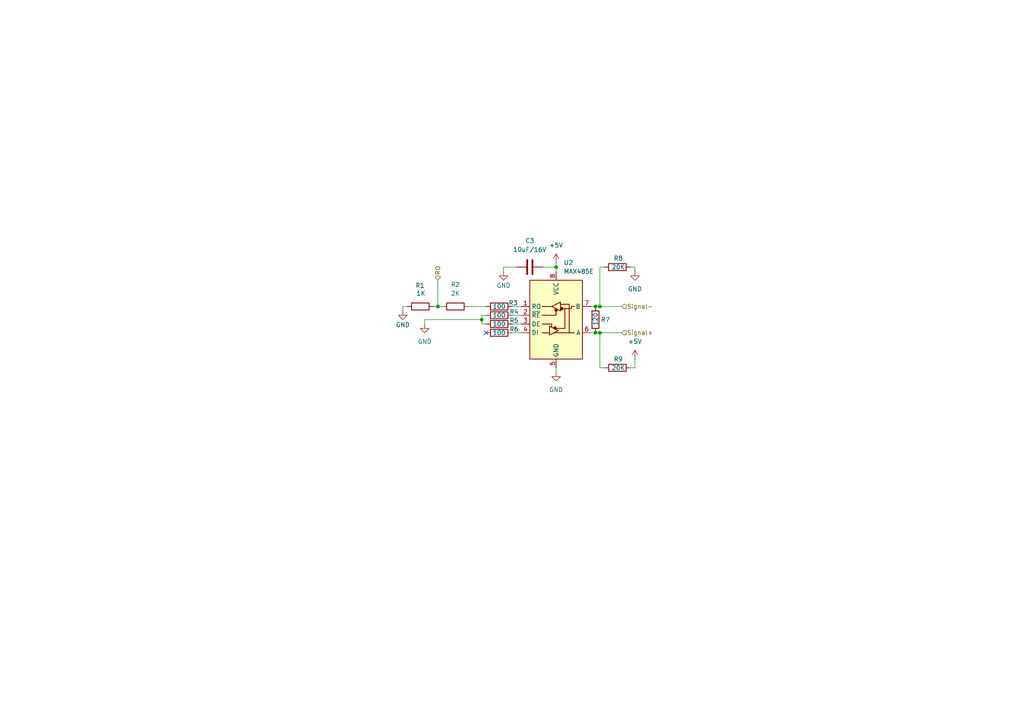
<source format=kicad_sch>
(kicad_sch
	(version 20231120)
	(generator "eeschema")
	(generator_version "8.0")
	(uuid "e0708771-55f5-458d-b61d-cb8f00119f01")
	(paper "A4")
	(title_block
		(title "Differential Pair to Single Ended Converter")
		(date "2024-05-02")
		(rev "1")
		(company "inQbe Innovations")
	)
	(lib_symbols
		(symbol "Device:C"
			(pin_numbers hide)
			(pin_names
				(offset 0.254)
			)
			(exclude_from_sim no)
			(in_bom yes)
			(on_board yes)
			(property "Reference" "C"
				(at 0.635 2.54 0)
				(effects
					(font
						(size 1.27 1.27)
					)
					(justify left)
				)
			)
			(property "Value" "C"
				(at 0.635 -2.54 0)
				(effects
					(font
						(size 1.27 1.27)
					)
					(justify left)
				)
			)
			(property "Footprint" ""
				(at 0.9652 -3.81 0)
				(effects
					(font
						(size 1.27 1.27)
					)
					(hide yes)
				)
			)
			(property "Datasheet" "~"
				(at 0 0 0)
				(effects
					(font
						(size 1.27 1.27)
					)
					(hide yes)
				)
			)
			(property "Description" "Unpolarized capacitor"
				(at 0 0 0)
				(effects
					(font
						(size 1.27 1.27)
					)
					(hide yes)
				)
			)
			(property "ki_keywords" "cap capacitor"
				(at 0 0 0)
				(effects
					(font
						(size 1.27 1.27)
					)
					(hide yes)
				)
			)
			(property "ki_fp_filters" "C_*"
				(at 0 0 0)
				(effects
					(font
						(size 1.27 1.27)
					)
					(hide yes)
				)
			)
			(symbol "C_0_1"
				(polyline
					(pts
						(xy -2.032 -0.762) (xy 2.032 -0.762)
					)
					(stroke
						(width 0.508)
						(type default)
					)
					(fill
						(type none)
					)
				)
				(polyline
					(pts
						(xy -2.032 0.762) (xy 2.032 0.762)
					)
					(stroke
						(width 0.508)
						(type default)
					)
					(fill
						(type none)
					)
				)
			)
			(symbol "C_1_1"
				(pin passive line
					(at 0 3.81 270)
					(length 2.794)
					(name "~"
						(effects
							(font
								(size 1.27 1.27)
							)
						)
					)
					(number "1"
						(effects
							(font
								(size 1.27 1.27)
							)
						)
					)
				)
				(pin passive line
					(at 0 -3.81 90)
					(length 2.794)
					(name "~"
						(effects
							(font
								(size 1.27 1.27)
							)
						)
					)
					(number "2"
						(effects
							(font
								(size 1.27 1.27)
							)
						)
					)
				)
			)
		)
		(symbol "Device:R"
			(pin_numbers hide)
			(pin_names
				(offset 0)
			)
			(exclude_from_sim no)
			(in_bom yes)
			(on_board yes)
			(property "Reference" "R"
				(at 2.032 0 90)
				(effects
					(font
						(size 1.27 1.27)
					)
				)
			)
			(property "Value" "R"
				(at 0 0 90)
				(effects
					(font
						(size 1.27 1.27)
					)
				)
			)
			(property "Footprint" ""
				(at -1.778 0 90)
				(effects
					(font
						(size 1.27 1.27)
					)
					(hide yes)
				)
			)
			(property "Datasheet" "~"
				(at 0 0 0)
				(effects
					(font
						(size 1.27 1.27)
					)
					(hide yes)
				)
			)
			(property "Description" "Resistor"
				(at 0 0 0)
				(effects
					(font
						(size 1.27 1.27)
					)
					(hide yes)
				)
			)
			(property "ki_keywords" "R res resistor"
				(at 0 0 0)
				(effects
					(font
						(size 1.27 1.27)
					)
					(hide yes)
				)
			)
			(property "ki_fp_filters" "R_*"
				(at 0 0 0)
				(effects
					(font
						(size 1.27 1.27)
					)
					(hide yes)
				)
			)
			(symbol "R_0_1"
				(rectangle
					(start -1.016 -2.54)
					(end 1.016 2.54)
					(stroke
						(width 0.254)
						(type default)
					)
					(fill
						(type none)
					)
				)
			)
			(symbol "R_1_1"
				(pin passive line
					(at 0 3.81 270)
					(length 1.27)
					(name "~"
						(effects
							(font
								(size 1.27 1.27)
							)
						)
					)
					(number "1"
						(effects
							(font
								(size 1.27 1.27)
							)
						)
					)
				)
				(pin passive line
					(at 0 -3.81 90)
					(length 1.27)
					(name "~"
						(effects
							(font
								(size 1.27 1.27)
							)
						)
					)
					(number "2"
						(effects
							(font
								(size 1.27 1.27)
							)
						)
					)
				)
			)
		)
		(symbol "Interface_UART:MAX485E"
			(exclude_from_sim no)
			(in_bom yes)
			(on_board yes)
			(property "Reference" "U"
				(at -6.096 11.43 0)
				(effects
					(font
						(size 1.27 1.27)
					)
				)
			)
			(property "Value" "MAX485E"
				(at 0.762 11.43 0)
				(effects
					(font
						(size 1.27 1.27)
					)
					(justify left)
				)
			)
			(property "Footprint" ""
				(at 0 -17.78 0)
				(effects
					(font
						(size 1.27 1.27)
					)
					(hide yes)
				)
			)
			(property "Datasheet" "https://datasheets.maximintegrated.com/en/ds/MAX1487E-MAX491E.pdf"
				(at 0 1.27 0)
				(effects
					(font
						(size 1.27 1.27)
					)
					(hide yes)
				)
			)
			(property "Description" "Half duplex RS-485/RS-422, 2.5 Mbps, ±15kV electro-static discharge (ESD) protection, no slew-rate, no low-power shutdown, with receiver/driver enable, 32 receiver drive capability, DIP-8 and SOIC-8"
				(at 0 0 0)
				(effects
					(font
						(size 1.27 1.27)
					)
					(hide yes)
				)
			)
			(property "ki_keywords" "transceiver"
				(at 0 0 0)
				(effects
					(font
						(size 1.27 1.27)
					)
					(hide yes)
				)
			)
			(property "ki_fp_filters" "DIP*W7.62mm* SOIC*3.9x4.9mm*P1.27mm*"
				(at 0 0 0)
				(effects
					(font
						(size 1.27 1.27)
					)
					(hide yes)
				)
			)
			(symbol "MAX485E_0_1"
				(rectangle
					(start -7.62 10.16)
					(end 7.62 -12.7)
					(stroke
						(width 0.254)
						(type default)
					)
					(fill
						(type background)
					)
				)
				(circle
					(center -0.3048 -3.683)
					(radius 0.3556)
					(stroke
						(width 0.254)
						(type default)
					)
					(fill
						(type outline)
					)
				)
				(circle
					(center -0.0254 1.4986)
					(radius 0.3556)
					(stroke
						(width 0.254)
						(type default)
					)
					(fill
						(type outline)
					)
				)
				(polyline
					(pts
						(xy -4.064 -5.08) (xy -1.905 -5.08)
					)
					(stroke
						(width 0.254)
						(type default)
					)
					(fill
						(type none)
					)
				)
				(polyline
					(pts
						(xy -4.064 2.54) (xy -1.27 2.54)
					)
					(stroke
						(width 0.254)
						(type default)
					)
					(fill
						(type none)
					)
				)
				(polyline
					(pts
						(xy -1.27 -3.2004) (xy -1.27 -3.4544)
					)
					(stroke
						(width 0.254)
						(type default)
					)
					(fill
						(type none)
					)
				)
				(polyline
					(pts
						(xy -0.635 -5.08) (xy 5.334 -5.08)
					)
					(stroke
						(width 0.254)
						(type default)
					)
					(fill
						(type none)
					)
				)
				(polyline
					(pts
						(xy -4.064 -2.54) (xy -1.27 -2.54) (xy -1.27 -3.175)
					)
					(stroke
						(width 0.254)
						(type default)
					)
					(fill
						(type none)
					)
				)
				(polyline
					(pts
						(xy 0 1.27) (xy 0 0) (xy -4.064 0)
					)
					(stroke
						(width 0.254)
						(type default)
					)
					(fill
						(type none)
					)
				)
				(polyline
					(pts
						(xy 1.27 3.175) (xy 3.81 3.175) (xy 3.81 -5.08)
					)
					(stroke
						(width 0.254)
						(type default)
					)
					(fill
						(type none)
					)
				)
				(polyline
					(pts
						(xy 2.54 1.905) (xy 2.54 -3.81) (xy 0 -3.81)
					)
					(stroke
						(width 0.254)
						(type default)
					)
					(fill
						(type none)
					)
				)
				(polyline
					(pts
						(xy -1.905 -3.175) (xy -1.905 -5.715) (xy 0.635 -4.445) (xy -1.905 -3.175)
					)
					(stroke
						(width 0.254)
						(type default)
					)
					(fill
						(type none)
					)
				)
				(polyline
					(pts
						(xy -1.27 2.54) (xy 1.27 3.81) (xy 1.27 1.27) (xy -1.27 2.54)
					)
					(stroke
						(width 0.254)
						(type default)
					)
					(fill
						(type none)
					)
				)
				(polyline
					(pts
						(xy 1.905 1.905) (xy 4.445 1.905) (xy 4.445 2.54) (xy 5.334 2.54)
					)
					(stroke
						(width 0.254)
						(type default)
					)
					(fill
						(type none)
					)
				)
				(rectangle
					(start 1.27 3.175)
					(end 1.27 3.175)
					(stroke
						(width 0)
						(type default)
					)
					(fill
						(type none)
					)
				)
				(circle
					(center 1.651 1.905)
					(radius 0.3556)
					(stroke
						(width 0.254)
						(type default)
					)
					(fill
						(type outline)
					)
				)
			)
			(symbol "MAX485E_1_1"
				(pin output line
					(at -10.16 2.54 0)
					(length 2.54)
					(name "RO"
						(effects
							(font
								(size 1.27 1.27)
							)
						)
					)
					(number "1"
						(effects
							(font
								(size 1.27 1.27)
							)
						)
					)
				)
				(pin input line
					(at -10.16 0 0)
					(length 2.54)
					(name "~{RE}"
						(effects
							(font
								(size 1.27 1.27)
							)
						)
					)
					(number "2"
						(effects
							(font
								(size 1.27 1.27)
							)
						)
					)
				)
				(pin input line
					(at -10.16 -2.54 0)
					(length 2.54)
					(name "DE"
						(effects
							(font
								(size 1.27 1.27)
							)
						)
					)
					(number "3"
						(effects
							(font
								(size 1.27 1.27)
							)
						)
					)
				)
				(pin input line
					(at -10.16 -5.08 0)
					(length 2.54)
					(name "DI"
						(effects
							(font
								(size 1.27 1.27)
							)
						)
					)
					(number "4"
						(effects
							(font
								(size 1.27 1.27)
							)
						)
					)
				)
				(pin power_in line
					(at 0 -15.24 90)
					(length 2.54)
					(name "GND"
						(effects
							(font
								(size 1.27 1.27)
							)
						)
					)
					(number "5"
						(effects
							(font
								(size 1.27 1.27)
							)
						)
					)
				)
				(pin bidirectional line
					(at 10.16 -5.08 180)
					(length 2.54)
					(name "A"
						(effects
							(font
								(size 1.27 1.27)
							)
						)
					)
					(number "6"
						(effects
							(font
								(size 1.27 1.27)
							)
						)
					)
				)
				(pin bidirectional line
					(at 10.16 2.54 180)
					(length 2.54)
					(name "B"
						(effects
							(font
								(size 1.27 1.27)
							)
						)
					)
					(number "7"
						(effects
							(font
								(size 1.27 1.27)
							)
						)
					)
				)
				(pin power_in line
					(at 0 12.7 270)
					(length 2.54)
					(name "VCC"
						(effects
							(font
								(size 1.27 1.27)
							)
						)
					)
					(number "8"
						(effects
							(font
								(size 1.27 1.27)
							)
						)
					)
				)
			)
		)
		(symbol "power:+5V"
			(power)
			(pin_numbers hide)
			(pin_names
				(offset 0) hide)
			(exclude_from_sim no)
			(in_bom yes)
			(on_board yes)
			(property "Reference" "#PWR"
				(at 0 -3.81 0)
				(effects
					(font
						(size 1.27 1.27)
					)
					(hide yes)
				)
			)
			(property "Value" "+5V"
				(at 0 3.556 0)
				(effects
					(font
						(size 1.27 1.27)
					)
				)
			)
			(property "Footprint" ""
				(at 0 0 0)
				(effects
					(font
						(size 1.27 1.27)
					)
					(hide yes)
				)
			)
			(property "Datasheet" ""
				(at 0 0 0)
				(effects
					(font
						(size 1.27 1.27)
					)
					(hide yes)
				)
			)
			(property "Description" "Power symbol creates a global label with name \"+5V\""
				(at 0 0 0)
				(effects
					(font
						(size 1.27 1.27)
					)
					(hide yes)
				)
			)
			(property "ki_keywords" "global power"
				(at 0 0 0)
				(effects
					(font
						(size 1.27 1.27)
					)
					(hide yes)
				)
			)
			(symbol "+5V_0_1"
				(polyline
					(pts
						(xy -0.762 1.27) (xy 0 2.54)
					)
					(stroke
						(width 0)
						(type default)
					)
					(fill
						(type none)
					)
				)
				(polyline
					(pts
						(xy 0 0) (xy 0 2.54)
					)
					(stroke
						(width 0)
						(type default)
					)
					(fill
						(type none)
					)
				)
				(polyline
					(pts
						(xy 0 2.54) (xy 0.762 1.27)
					)
					(stroke
						(width 0)
						(type default)
					)
					(fill
						(type none)
					)
				)
			)
			(symbol "+5V_1_1"
				(pin power_in line
					(at 0 0 90)
					(length 0)
					(name "~"
						(effects
							(font
								(size 1.27 1.27)
							)
						)
					)
					(number "1"
						(effects
							(font
								(size 1.27 1.27)
							)
						)
					)
				)
			)
		)
		(symbol "power:GND"
			(power)
			(pin_numbers hide)
			(pin_names
				(offset 0) hide)
			(exclude_from_sim no)
			(in_bom yes)
			(on_board yes)
			(property "Reference" "#PWR"
				(at 0 -6.35 0)
				(effects
					(font
						(size 1.27 1.27)
					)
					(hide yes)
				)
			)
			(property "Value" "GND"
				(at 0 -3.81 0)
				(effects
					(font
						(size 1.27 1.27)
					)
				)
			)
			(property "Footprint" ""
				(at 0 0 0)
				(effects
					(font
						(size 1.27 1.27)
					)
					(hide yes)
				)
			)
			(property "Datasheet" ""
				(at 0 0 0)
				(effects
					(font
						(size 1.27 1.27)
					)
					(hide yes)
				)
			)
			(property "Description" "Power symbol creates a global label with name \"GND\" , ground"
				(at 0 0 0)
				(effects
					(font
						(size 1.27 1.27)
					)
					(hide yes)
				)
			)
			(property "ki_keywords" "global power"
				(at 0 0 0)
				(effects
					(font
						(size 1.27 1.27)
					)
					(hide yes)
				)
			)
			(symbol "GND_0_1"
				(polyline
					(pts
						(xy 0 0) (xy 0 -1.27) (xy 1.27 -1.27) (xy 0 -2.54) (xy -1.27 -1.27) (xy 0 -1.27)
					)
					(stroke
						(width 0)
						(type default)
					)
					(fill
						(type none)
					)
				)
			)
			(symbol "GND_1_1"
				(pin power_in line
					(at 0 0 270)
					(length 0)
					(name "~"
						(effects
							(font
								(size 1.27 1.27)
							)
						)
					)
					(number "1"
						(effects
							(font
								(size 1.27 1.27)
							)
						)
					)
				)
			)
		)
	)
	(junction
		(at 173.99 96.52)
		(diameter 0)
		(color 0 0 0 0)
		(uuid "0651e4c6-b734-4100-9a2e-fb561d87d554")
	)
	(junction
		(at 173.99 88.9)
		(diameter 0)
		(color 0 0 0 0)
		(uuid "150a8605-0492-47d5-9d92-6e4637077573")
	)
	(junction
		(at 139.7 92.71)
		(diameter 0)
		(color 0 0 0 0)
		(uuid "22e47545-5e50-4ef2-bbac-96a9c02e23a1")
	)
	(junction
		(at 172.72 88.9)
		(diameter 0)
		(color 0 0 0 0)
		(uuid "6b50a477-2c80-4277-ab13-d5f584109640")
	)
	(junction
		(at 172.72 96.52)
		(diameter 0)
		(color 0 0 0 0)
		(uuid "71528eb9-b433-4e7d-9712-25086f7dd7d0")
	)
	(junction
		(at 127 88.9)
		(diameter 0)
		(color 0 0 0 0)
		(uuid "9253b02b-263a-49fd-8567-9a4c1f0118f3")
	)
	(junction
		(at 161.29 77.47)
		(diameter 0)
		(color 0 0 0 0)
		(uuid "cd84a0f1-e051-4de0-b094-acf97305b277")
	)
	(no_connect
		(at 140.97 96.52)
		(uuid "e9a5ddc9-bd27-4f98-9637-3f22e8d41279")
	)
	(wire
		(pts
			(xy 173.99 88.9) (xy 180.34 88.9)
		)
		(stroke
			(width 0)
			(type default)
		)
		(uuid "01d59817-b660-4307-b7c6-bc05083c1481")
	)
	(wire
		(pts
			(xy 139.7 93.98) (xy 140.97 93.98)
		)
		(stroke
			(width 0)
			(type default)
		)
		(uuid "02be33cf-d316-444b-bb71-1fce23c1e438")
	)
	(wire
		(pts
			(xy 148.59 96.52) (xy 151.13 96.52)
		)
		(stroke
			(width 0)
			(type default)
		)
		(uuid "049729aa-1cfc-4d17-8191-8f1dd5cd3103")
	)
	(wire
		(pts
			(xy 123.19 92.71) (xy 139.7 92.71)
		)
		(stroke
			(width 0)
			(type default)
		)
		(uuid "07f1bdd4-873c-4cd6-a527-daffe8e06ed8")
	)
	(wire
		(pts
			(xy 173.99 106.68) (xy 175.26 106.68)
		)
		(stroke
			(width 0)
			(type default)
		)
		(uuid "1654152e-2ce8-4202-9698-da3fec8c2511")
	)
	(wire
		(pts
			(xy 127 81.28) (xy 127 88.9)
		)
		(stroke
			(width 0)
			(type default)
		)
		(uuid "227a2ea7-0951-4ee3-8435-6b285d32ef5c")
	)
	(wire
		(pts
			(xy 182.88 106.68) (xy 184.15 106.68)
		)
		(stroke
			(width 0)
			(type default)
		)
		(uuid "28963a01-650c-429d-920a-9ffade5c07b2")
	)
	(wire
		(pts
			(xy 172.72 96.52) (xy 173.99 96.52)
		)
		(stroke
			(width 0)
			(type default)
		)
		(uuid "29996476-0970-497d-83ea-56bd0a436eab")
	)
	(wire
		(pts
			(xy 173.99 96.52) (xy 173.99 106.68)
		)
		(stroke
			(width 0)
			(type default)
		)
		(uuid "2a9168ed-10f6-404b-a1e3-f6ad69bbf201")
	)
	(wire
		(pts
			(xy 171.45 88.9) (xy 172.72 88.9)
		)
		(stroke
			(width 0)
			(type default)
		)
		(uuid "2c25ba04-ceb7-4015-83b1-ba2e72bffa7f")
	)
	(wire
		(pts
			(xy 139.7 91.44) (xy 140.97 91.44)
		)
		(stroke
			(width 0)
			(type default)
		)
		(uuid "35165fa7-2960-40e2-80d4-88c0fab2c28f")
	)
	(wire
		(pts
			(xy 173.99 96.52) (xy 180.34 96.52)
		)
		(stroke
			(width 0)
			(type default)
		)
		(uuid "3aee3a47-b08b-4ce9-a342-b5ee8a2517dd")
	)
	(wire
		(pts
			(xy 161.29 106.68) (xy 161.29 107.95)
		)
		(stroke
			(width 0)
			(type default)
		)
		(uuid "41bd8cfe-76e6-4062-a778-e56c59564e2c")
	)
	(wire
		(pts
			(xy 116.84 88.9) (xy 116.84 90.17)
		)
		(stroke
			(width 0)
			(type default)
		)
		(uuid "451b8474-0520-4856-bebc-a1a4af17e094")
	)
	(wire
		(pts
			(xy 161.29 76.2) (xy 161.29 77.47)
		)
		(stroke
			(width 0)
			(type default)
		)
		(uuid "5633041e-9c29-4640-b1f5-9dadd32fc919")
	)
	(wire
		(pts
			(xy 182.88 77.47) (xy 184.15 77.47)
		)
		(stroke
			(width 0)
			(type default)
		)
		(uuid "581d92a1-595f-460b-80c9-82ee6bd7771b")
	)
	(wire
		(pts
			(xy 173.99 77.47) (xy 175.26 77.47)
		)
		(stroke
			(width 0)
			(type default)
		)
		(uuid "5d9f0b39-2a0e-4655-8d1c-cdb9f824cb1c")
	)
	(wire
		(pts
			(xy 139.7 92.71) (xy 139.7 93.98)
		)
		(stroke
			(width 0)
			(type default)
		)
		(uuid "666a47b4-e60b-4341-90df-61ee03e1ce3b")
	)
	(wire
		(pts
			(xy 148.59 91.44) (xy 151.13 91.44)
		)
		(stroke
			(width 0)
			(type default)
		)
		(uuid "7ab2c3e6-5076-4740-a35b-242f8db53812")
	)
	(wire
		(pts
			(xy 146.05 77.47) (xy 146.05 78.74)
		)
		(stroke
			(width 0)
			(type default)
		)
		(uuid "7e68e88a-c0a8-476b-b62d-6c2300a258bc")
	)
	(wire
		(pts
			(xy 157.48 77.47) (xy 161.29 77.47)
		)
		(stroke
			(width 0)
			(type default)
		)
		(uuid "80278825-0aab-4ad5-8ebd-787c9e8982a9")
	)
	(wire
		(pts
			(xy 125.73 88.9) (xy 127 88.9)
		)
		(stroke
			(width 0)
			(type default)
		)
		(uuid "8c9acff0-fa79-4520-8117-35f1b34c706d")
	)
	(wire
		(pts
			(xy 184.15 77.47) (xy 184.15 78.74)
		)
		(stroke
			(width 0)
			(type default)
		)
		(uuid "8fc5b123-ac48-443a-adb2-5bf39678fed3")
	)
	(wire
		(pts
			(xy 146.05 77.47) (xy 149.86 77.47)
		)
		(stroke
			(width 0)
			(type default)
		)
		(uuid "9e295198-a174-4677-ac68-9fd2d36a2743")
	)
	(wire
		(pts
			(xy 148.59 88.9) (xy 151.13 88.9)
		)
		(stroke
			(width 0)
			(type default)
		)
		(uuid "a77f88b9-442d-4837-8251-5a92c91ac374")
	)
	(wire
		(pts
			(xy 184.15 104.14) (xy 184.15 106.68)
		)
		(stroke
			(width 0)
			(type default)
		)
		(uuid "b1afc965-06e6-4c55-b047-3495d7f3360a")
	)
	(wire
		(pts
			(xy 135.89 88.9) (xy 140.97 88.9)
		)
		(stroke
			(width 0)
			(type default)
		)
		(uuid "b7fedf9b-5bba-43db-afde-619107706b99")
	)
	(wire
		(pts
			(xy 116.84 88.9) (xy 118.11 88.9)
		)
		(stroke
			(width 0)
			(type default)
		)
		(uuid "c295debf-0eb8-47df-b02c-a7193b287f5f")
	)
	(wire
		(pts
			(xy 127 88.9) (xy 128.27 88.9)
		)
		(stroke
			(width 0)
			(type default)
		)
		(uuid "c5bf39be-7473-40ab-8461-f5e351c9d0f4")
	)
	(wire
		(pts
			(xy 139.7 91.44) (xy 139.7 92.71)
		)
		(stroke
			(width 0)
			(type default)
		)
		(uuid "dbcfed62-4899-48e1-a963-6a2657360716")
	)
	(wire
		(pts
			(xy 161.29 77.47) (xy 161.29 78.74)
		)
		(stroke
			(width 0)
			(type default)
		)
		(uuid "dc554bc8-c2be-4ab4-bc5e-20cf499d06c1")
	)
	(wire
		(pts
			(xy 171.45 96.52) (xy 172.72 96.52)
		)
		(stroke
			(width 0)
			(type default)
		)
		(uuid "e6d0d45c-817e-4ba2-9106-4396b250bf3c")
	)
	(wire
		(pts
			(xy 148.59 93.98) (xy 151.13 93.98)
		)
		(stroke
			(width 0)
			(type default)
		)
		(uuid "e870aa33-1ee2-4468-aece-3eac157e4091")
	)
	(wire
		(pts
			(xy 172.72 88.9) (xy 173.99 88.9)
		)
		(stroke
			(width 0)
			(type default)
		)
		(uuid "ef389015-d7d3-4c4f-9ecd-d96b45092553")
	)
	(wire
		(pts
			(xy 173.99 88.9) (xy 173.99 77.47)
		)
		(stroke
			(width 0)
			(type default)
		)
		(uuid "f771d69f-28d1-4517-adb1-c6a6187105ca")
	)
	(wire
		(pts
			(xy 123.19 93.98) (xy 123.19 92.71)
		)
		(stroke
			(width 0)
			(type default)
		)
		(uuid "f999264f-221e-4cbc-96f8-a4b03fbf5f66")
	)
	(hierarchical_label "Signal-"
		(shape input)
		(at 180.34 88.9 0)
		(fields_autoplaced yes)
		(effects
			(font
				(size 1.27 1.27)
			)
			(justify left)
		)
		(uuid "3b9f3cca-8fd9-4c68-9b0b-9603dee76239")
	)
	(hierarchical_label "Signal+"
		(shape input)
		(at 180.34 96.52 0)
		(fields_autoplaced yes)
		(effects
			(font
				(size 1.27 1.27)
			)
			(justify left)
		)
		(uuid "62ed49b7-abdc-4de5-8d1f-ff7969327644")
	)
	(hierarchical_label "RO"
		(shape input)
		(at 127 81.28 90)
		(fields_autoplaced yes)
		(effects
			(font
				(size 1.27 1.27)
			)
			(justify left)
		)
		(uuid "d5908cfe-0670-4aa1-add9-3c4a1d5552dc")
	)
	(symbol
		(lib_id "power:+5V")
		(at 184.15 104.14 0)
		(unit 1)
		(exclude_from_sim no)
		(in_bom yes)
		(on_board yes)
		(dnp no)
		(fields_autoplaced yes)
		(uuid "00d47200-fa19-44b6-9347-d7965c8bec37")
		(property "Reference" "#PWR015"
			(at 184.15 107.95 0)
			(effects
				(font
					(size 1.27 1.27)
				)
				(hide yes)
			)
		)
		(property "Value" "+5V"
			(at 184.15 99.06 0)
			(effects
				(font
					(size 1.27 1.27)
				)
			)
		)
		(property "Footprint" ""
			(at 184.15 104.14 0)
			(effects
				(font
					(size 1.27 1.27)
				)
				(hide yes)
			)
		)
		(property "Datasheet" ""
			(at 184.15 104.14 0)
			(effects
				(font
					(size 1.27 1.27)
				)
				(hide yes)
			)
		)
		(property "Description" "Power symbol creates a global label with name \"+5V\""
			(at 184.15 104.14 0)
			(effects
				(font
					(size 1.27 1.27)
				)
				(hide yes)
			)
		)
		(pin "1"
			(uuid "69b16871-f8d6-493d-a3a2-6568b15a2677")
		)
		(instances
			(project "servo_diff_to_single"
				(path "/792df23a-4011-45b7-b3e6-a192d031c1cc/69645cf9-3d25-4a9c-b786-93eed4329b1a"
					(reference "#PWR015")
					(unit 1)
				)
				(path "/792df23a-4011-45b7-b3e6-a192d031c1cc/9f0637a5-532d-4985-81b5-16740af21aa3"
					(reference "#PWR022")
					(unit 1)
				)
				(path "/792df23a-4011-45b7-b3e6-a192d031c1cc/27075ae6-5caf-43c7-993b-4d12f7c43794"
					(reference "#PWR029")
					(unit 1)
				)
				(path "/792df23a-4011-45b7-b3e6-a192d031c1cc/5f5f334e-f95b-4ca2-8d44-1912441647d6"
					(reference "#PWR036")
					(unit 1)
				)
				(path "/792df23a-4011-45b7-b3e6-a192d031c1cc/cd78a0c6-85f5-477f-8e62-f499090f9cc8"
					(reference "#PWR043")
					(unit 1)
				)
				(path "/792df23a-4011-45b7-b3e6-a192d031c1cc/e6cc1dfe-c7f8-4206-ad1f-2483fd5c8c08"
					(reference "#PWR050")
					(unit 1)
				)
			)
		)
	)
	(symbol
		(lib_id "Device:R")
		(at 179.07 77.47 90)
		(unit 1)
		(exclude_from_sim no)
		(in_bom yes)
		(on_board yes)
		(dnp no)
		(uuid "13b48ea5-fecf-40f0-975e-ae8a6830c752")
		(property "Reference" "R8"
			(at 179.324 74.93 90)
			(effects
				(font
					(size 1.27 1.27)
				)
			)
		)
		(property "Value" "20K"
			(at 179.324 77.47 90)
			(effects
				(font
					(size 1.27 1.27)
				)
			)
		)
		(property "Footprint" "inqbe:0.25W_resistor"
			(at 179.07 79.248 90)
			(effects
				(font
					(size 1.27 1.27)
				)
				(hide yes)
			)
		)
		(property "Datasheet" "~"
			(at 179.07 77.47 0)
			(effects
				(font
					(size 1.27 1.27)
				)
				(hide yes)
			)
		)
		(property "Description" "Resistor"
			(at 179.07 77.47 0)
			(effects
				(font
					(size 1.27 1.27)
				)
				(hide yes)
			)
		)
		(pin "1"
			(uuid "74bb7a24-922b-4767-9b97-7b8097aaf4ef")
		)
		(pin "2"
			(uuid "b6161dbe-98f5-4412-9dac-176accbe9b00")
		)
		(instances
			(project "servo_diff_to_single"
				(path "/792df23a-4011-45b7-b3e6-a192d031c1cc/69645cf9-3d25-4a9c-b786-93eed4329b1a"
					(reference "R8")
					(unit 1)
				)
				(path "/792df23a-4011-45b7-b3e6-a192d031c1cc/9f0637a5-532d-4985-81b5-16740af21aa3"
					(reference "R17")
					(unit 1)
				)
				(path "/792df23a-4011-45b7-b3e6-a192d031c1cc/27075ae6-5caf-43c7-993b-4d12f7c43794"
					(reference "R26")
					(unit 1)
				)
				(path "/792df23a-4011-45b7-b3e6-a192d031c1cc/5f5f334e-f95b-4ca2-8d44-1912441647d6"
					(reference "R35")
					(unit 1)
				)
				(path "/792df23a-4011-45b7-b3e6-a192d031c1cc/cd78a0c6-85f5-477f-8e62-f499090f9cc8"
					(reference "R44")
					(unit 1)
				)
				(path "/792df23a-4011-45b7-b3e6-a192d031c1cc/e6cc1dfe-c7f8-4206-ad1f-2483fd5c8c08"
					(reference "R53")
					(unit 1)
				)
			)
		)
	)
	(symbol
		(lib_id "power:GND")
		(at 146.05 78.74 0)
		(unit 1)
		(exclude_from_sim no)
		(in_bom yes)
		(on_board yes)
		(dnp no)
		(uuid "379c493c-1be8-4a25-997b-97c39faf9496")
		(property "Reference" "#PWR011"
			(at 146.05 85.09 0)
			(effects
				(font
					(size 1.27 1.27)
				)
				(hide yes)
			)
		)
		(property "Value" "GND"
			(at 146.05 82.804 0)
			(effects
				(font
					(size 1.27 1.27)
				)
			)
		)
		(property "Footprint" ""
			(at 146.05 78.74 0)
			(effects
				(font
					(size 1.27 1.27)
				)
				(hide yes)
			)
		)
		(property "Datasheet" ""
			(at 146.05 78.74 0)
			(effects
				(font
					(size 1.27 1.27)
				)
				(hide yes)
			)
		)
		(property "Description" "Power symbol creates a global label with name \"GND\" , ground"
			(at 146.05 78.74 0)
			(effects
				(font
					(size 1.27 1.27)
				)
				(hide yes)
			)
		)
		(pin "1"
			(uuid "b8f7aa96-6f3c-4237-abb3-5c882ac1c424")
		)
		(instances
			(project "servo_diff_to_single"
				(path "/792df23a-4011-45b7-b3e6-a192d031c1cc/69645cf9-3d25-4a9c-b786-93eed4329b1a"
					(reference "#PWR011")
					(unit 1)
				)
				(path "/792df23a-4011-45b7-b3e6-a192d031c1cc/9f0637a5-532d-4985-81b5-16740af21aa3"
					(reference "#PWR018")
					(unit 1)
				)
				(path "/792df23a-4011-45b7-b3e6-a192d031c1cc/27075ae6-5caf-43c7-993b-4d12f7c43794"
					(reference "#PWR025")
					(unit 1)
				)
				(path "/792df23a-4011-45b7-b3e6-a192d031c1cc/5f5f334e-f95b-4ca2-8d44-1912441647d6"
					(reference "#PWR032")
					(unit 1)
				)
				(path "/792df23a-4011-45b7-b3e6-a192d031c1cc/cd78a0c6-85f5-477f-8e62-f499090f9cc8"
					(reference "#PWR039")
					(unit 1)
				)
				(path "/792df23a-4011-45b7-b3e6-a192d031c1cc/e6cc1dfe-c7f8-4206-ad1f-2483fd5c8c08"
					(reference "#PWR046")
					(unit 1)
				)
			)
		)
	)
	(symbol
		(lib_id "power:GND")
		(at 116.84 90.17 0)
		(unit 1)
		(exclude_from_sim no)
		(in_bom yes)
		(on_board yes)
		(dnp no)
		(uuid "50376f99-61cc-4b7a-8de4-cd249d97c092")
		(property "Reference" "#PWR09"
			(at 116.84 96.52 0)
			(effects
				(font
					(size 1.27 1.27)
				)
				(hide yes)
			)
		)
		(property "Value" "GND"
			(at 116.84 94.234 0)
			(effects
				(font
					(size 1.27 1.27)
				)
			)
		)
		(property "Footprint" ""
			(at 116.84 90.17 0)
			(effects
				(font
					(size 1.27 1.27)
				)
				(hide yes)
			)
		)
		(property "Datasheet" ""
			(at 116.84 90.17 0)
			(effects
				(font
					(size 1.27 1.27)
				)
				(hide yes)
			)
		)
		(property "Description" "Power symbol creates a global label with name \"GND\" , ground"
			(at 116.84 90.17 0)
			(effects
				(font
					(size 1.27 1.27)
				)
				(hide yes)
			)
		)
		(pin "1"
			(uuid "aa0ea53c-9765-4746-8eb3-4a55f82e62ce")
		)
		(instances
			(project "servo_diff_to_single"
				(path "/792df23a-4011-45b7-b3e6-a192d031c1cc/69645cf9-3d25-4a9c-b786-93eed4329b1a"
					(reference "#PWR09")
					(unit 1)
				)
				(path "/792df23a-4011-45b7-b3e6-a192d031c1cc/9f0637a5-532d-4985-81b5-16740af21aa3"
					(reference "#PWR016")
					(unit 1)
				)
				(path "/792df23a-4011-45b7-b3e6-a192d031c1cc/27075ae6-5caf-43c7-993b-4d12f7c43794"
					(reference "#PWR023")
					(unit 1)
				)
				(path "/792df23a-4011-45b7-b3e6-a192d031c1cc/5f5f334e-f95b-4ca2-8d44-1912441647d6"
					(reference "#PWR030")
					(unit 1)
				)
				(path "/792df23a-4011-45b7-b3e6-a192d031c1cc/cd78a0c6-85f5-477f-8e62-f499090f9cc8"
					(reference "#PWR037")
					(unit 1)
				)
				(path "/792df23a-4011-45b7-b3e6-a192d031c1cc/e6cc1dfe-c7f8-4206-ad1f-2483fd5c8c08"
					(reference "#PWR044")
					(unit 1)
				)
			)
		)
	)
	(symbol
		(lib_id "Device:R")
		(at 144.78 96.52 90)
		(unit 1)
		(exclude_from_sim no)
		(in_bom yes)
		(on_board yes)
		(dnp no)
		(uuid "62eab2ff-e041-400f-a35e-1a52df7ad6ee")
		(property "Reference" "R6"
			(at 149.098 95.504 90)
			(effects
				(font
					(size 1.27 1.27)
				)
			)
		)
		(property "Value" "100"
			(at 144.78 96.52 90)
			(effects
				(font
					(size 1.27 1.27)
				)
			)
		)
		(property "Footprint" "inqbe:0.25W_resistor"
			(at 144.78 98.298 90)
			(effects
				(font
					(size 1.27 1.27)
				)
				(hide yes)
			)
		)
		(property "Datasheet" "~"
			(at 144.78 96.52 0)
			(effects
				(font
					(size 1.27 1.27)
				)
				(hide yes)
			)
		)
		(property "Description" "Resistor"
			(at 144.78 96.52 0)
			(effects
				(font
					(size 1.27 1.27)
				)
				(hide yes)
			)
		)
		(pin "1"
			(uuid "392e80ce-d1e4-42f9-ac1b-c5154eb3b2ca")
		)
		(pin "2"
			(uuid "815a52e6-5b0d-4796-abf7-7b3165ce7338")
		)
		(instances
			(project "servo_diff_to_single"
				(path "/792df23a-4011-45b7-b3e6-a192d031c1cc/69645cf9-3d25-4a9c-b786-93eed4329b1a"
					(reference "R6")
					(unit 1)
				)
				(path "/792df23a-4011-45b7-b3e6-a192d031c1cc/9f0637a5-532d-4985-81b5-16740af21aa3"
					(reference "R15")
					(unit 1)
				)
				(path "/792df23a-4011-45b7-b3e6-a192d031c1cc/27075ae6-5caf-43c7-993b-4d12f7c43794"
					(reference "R24")
					(unit 1)
				)
				(path "/792df23a-4011-45b7-b3e6-a192d031c1cc/5f5f334e-f95b-4ca2-8d44-1912441647d6"
					(reference "R33")
					(unit 1)
				)
				(path "/792df23a-4011-45b7-b3e6-a192d031c1cc/cd78a0c6-85f5-477f-8e62-f499090f9cc8"
					(reference "R42")
					(unit 1)
				)
				(path "/792df23a-4011-45b7-b3e6-a192d031c1cc/e6cc1dfe-c7f8-4206-ad1f-2483fd5c8c08"
					(reference "R51")
					(unit 1)
				)
			)
		)
	)
	(symbol
		(lib_id "Device:R")
		(at 121.92 88.9 90)
		(unit 1)
		(exclude_from_sim no)
		(in_bom yes)
		(on_board yes)
		(dnp no)
		(uuid "66cbdb8b-1999-4fe3-b3d4-2febcf708b0a")
		(property "Reference" "R1"
			(at 123.19 82.804 90)
			(effects
				(font
					(size 1.27 1.27)
				)
				(justify left)
			)
		)
		(property "Value" "1K"
			(at 123.444 85.0901 90)
			(effects
				(font
					(size 1.27 1.27)
				)
				(justify left)
			)
		)
		(property "Footprint" "inqbe:0.25W_resistor"
			(at 121.92 90.678 90)
			(effects
				(font
					(size 1.27 1.27)
				)
				(hide yes)
			)
		)
		(property "Datasheet" "~"
			(at 121.92 88.9 0)
			(effects
				(font
					(size 1.27 1.27)
				)
				(hide yes)
			)
		)
		(property "Description" "Resistor"
			(at 121.92 88.9 0)
			(effects
				(font
					(size 1.27 1.27)
				)
				(hide yes)
			)
		)
		(pin "2"
			(uuid "8d199163-4c98-474e-8245-861e5d1937bb")
		)
		(pin "1"
			(uuid "aeb3180b-0848-4fca-82a9-5461eeef32f1")
		)
		(instances
			(project "servo_diff_to_single"
				(path "/792df23a-4011-45b7-b3e6-a192d031c1cc/69645cf9-3d25-4a9c-b786-93eed4329b1a"
					(reference "R1")
					(unit 1)
				)
				(path "/792df23a-4011-45b7-b3e6-a192d031c1cc/9f0637a5-532d-4985-81b5-16740af21aa3"
					(reference "R10")
					(unit 1)
				)
				(path "/792df23a-4011-45b7-b3e6-a192d031c1cc/27075ae6-5caf-43c7-993b-4d12f7c43794"
					(reference "R19")
					(unit 1)
				)
				(path "/792df23a-4011-45b7-b3e6-a192d031c1cc/5f5f334e-f95b-4ca2-8d44-1912441647d6"
					(reference "R28")
					(unit 1)
				)
				(path "/792df23a-4011-45b7-b3e6-a192d031c1cc/cd78a0c6-85f5-477f-8e62-f499090f9cc8"
					(reference "R37")
					(unit 1)
				)
				(path "/792df23a-4011-45b7-b3e6-a192d031c1cc/e6cc1dfe-c7f8-4206-ad1f-2483fd5c8c08"
					(reference "R46")
					(unit 1)
				)
			)
		)
	)
	(symbol
		(lib_id "power:+5V")
		(at 161.29 76.2 0)
		(unit 1)
		(exclude_from_sim no)
		(in_bom yes)
		(on_board yes)
		(dnp no)
		(fields_autoplaced yes)
		(uuid "68214c5c-89f2-4fce-8686-4c4b03c70257")
		(property "Reference" "#PWR012"
			(at 161.29 80.01 0)
			(effects
				(font
					(size 1.27 1.27)
				)
				(hide yes)
			)
		)
		(property "Value" "+5V"
			(at 161.29 71.12 0)
			(effects
				(font
					(size 1.27 1.27)
				)
			)
		)
		(property "Footprint" ""
			(at 161.29 76.2 0)
			(effects
				(font
					(size 1.27 1.27)
				)
				(hide yes)
			)
		)
		(property "Datasheet" ""
			(at 161.29 76.2 0)
			(effects
				(font
					(size 1.27 1.27)
				)
				(hide yes)
			)
		)
		(property "Description" "Power symbol creates a global label with name \"+5V\""
			(at 161.29 76.2 0)
			(effects
				(font
					(size 1.27 1.27)
				)
				(hide yes)
			)
		)
		(pin "1"
			(uuid "91dd2246-e35e-4fe0-b5c8-5dd91f189f57")
		)
		(instances
			(project "servo_diff_to_single"
				(path "/792df23a-4011-45b7-b3e6-a192d031c1cc/69645cf9-3d25-4a9c-b786-93eed4329b1a"
					(reference "#PWR012")
					(unit 1)
				)
				(path "/792df23a-4011-45b7-b3e6-a192d031c1cc/9f0637a5-532d-4985-81b5-16740af21aa3"
					(reference "#PWR019")
					(unit 1)
				)
				(path "/792df23a-4011-45b7-b3e6-a192d031c1cc/27075ae6-5caf-43c7-993b-4d12f7c43794"
					(reference "#PWR026")
					(unit 1)
				)
				(path "/792df23a-4011-45b7-b3e6-a192d031c1cc/5f5f334e-f95b-4ca2-8d44-1912441647d6"
					(reference "#PWR033")
					(unit 1)
				)
				(path "/792df23a-4011-45b7-b3e6-a192d031c1cc/cd78a0c6-85f5-477f-8e62-f499090f9cc8"
					(reference "#PWR040")
					(unit 1)
				)
				(path "/792df23a-4011-45b7-b3e6-a192d031c1cc/e6cc1dfe-c7f8-4206-ad1f-2483fd5c8c08"
					(reference "#PWR047")
					(unit 1)
				)
			)
		)
	)
	(symbol
		(lib_id "Device:C")
		(at 153.67 77.47 270)
		(unit 1)
		(exclude_from_sim no)
		(in_bom yes)
		(on_board yes)
		(dnp no)
		(fields_autoplaced yes)
		(uuid "75bd7742-82bc-49c9-9e9d-8ef27eaccd29")
		(property "Reference" "C3"
			(at 153.67 69.85 90)
			(effects
				(font
					(size 1.27 1.27)
				)
			)
		)
		(property "Value" "10uF/16V"
			(at 153.67 72.39 90)
			(effects
				(font
					(size 1.27 1.27)
				)
			)
		)
		(property "Footprint" "inqbe:CP_Radial_D5.0mm_P2.50mm"
			(at 149.86 78.4352 0)
			(effects
				(font
					(size 1.27 1.27)
				)
				(hide yes)
			)
		)
		(property "Datasheet" "~"
			(at 153.67 77.47 0)
			(effects
				(font
					(size 1.27 1.27)
				)
				(hide yes)
			)
		)
		(property "Description" "Unpolarized capacitor"
			(at 153.67 77.47 0)
			(effects
				(font
					(size 1.27 1.27)
				)
				(hide yes)
			)
		)
		(pin "2"
			(uuid "15403e06-8293-4aa1-9765-3424321e1747")
		)
		(pin "1"
			(uuid "9aa94e03-baba-40ca-9c71-2f4bc13efca0")
		)
		(instances
			(project "servo_diff_to_single"
				(path "/792df23a-4011-45b7-b3e6-a192d031c1cc/69645cf9-3d25-4a9c-b786-93eed4329b1a"
					(reference "C3")
					(unit 1)
				)
				(path "/792df23a-4011-45b7-b3e6-a192d031c1cc/9f0637a5-532d-4985-81b5-16740af21aa3"
					(reference "C4")
					(unit 1)
				)
				(path "/792df23a-4011-45b7-b3e6-a192d031c1cc/27075ae6-5caf-43c7-993b-4d12f7c43794"
					(reference "C5")
					(unit 1)
				)
				(path "/792df23a-4011-45b7-b3e6-a192d031c1cc/5f5f334e-f95b-4ca2-8d44-1912441647d6"
					(reference "C6")
					(unit 1)
				)
				(path "/792df23a-4011-45b7-b3e6-a192d031c1cc/cd78a0c6-85f5-477f-8e62-f499090f9cc8"
					(reference "C7")
					(unit 1)
				)
				(path "/792df23a-4011-45b7-b3e6-a192d031c1cc/e6cc1dfe-c7f8-4206-ad1f-2483fd5c8c08"
					(reference "C8")
					(unit 1)
				)
			)
		)
	)
	(symbol
		(lib_id "Device:R")
		(at 179.07 106.68 90)
		(unit 1)
		(exclude_from_sim no)
		(in_bom yes)
		(on_board yes)
		(dnp no)
		(uuid "7c852df1-27e3-4de2-9eb4-7c42121c67d5")
		(property "Reference" "R9"
			(at 179.324 104.14 90)
			(effects
				(font
					(size 1.27 1.27)
				)
			)
		)
		(property "Value" "20K"
			(at 179.324 106.68 90)
			(effects
				(font
					(size 1.27 1.27)
				)
			)
		)
		(property "Footprint" "inqbe:0.25W_resistor"
			(at 179.07 108.458 90)
			(effects
				(font
					(size 1.27 1.27)
				)
				(hide yes)
			)
		)
		(property "Datasheet" "~"
			(at 179.07 106.68 0)
			(effects
				(font
					(size 1.27 1.27)
				)
				(hide yes)
			)
		)
		(property "Description" "Resistor"
			(at 179.07 106.68 0)
			(effects
				(font
					(size 1.27 1.27)
				)
				(hide yes)
			)
		)
		(pin "1"
			(uuid "8007295f-eca4-4258-9400-02fc2e432c3f")
		)
		(pin "2"
			(uuid "ab53826b-14c6-4df2-a156-87eddacdcf97")
		)
		(instances
			(project "servo_diff_to_single"
				(path "/792df23a-4011-45b7-b3e6-a192d031c1cc/69645cf9-3d25-4a9c-b786-93eed4329b1a"
					(reference "R9")
					(unit 1)
				)
				(path "/792df23a-4011-45b7-b3e6-a192d031c1cc/9f0637a5-532d-4985-81b5-16740af21aa3"
					(reference "R18")
					(unit 1)
				)
				(path "/792df23a-4011-45b7-b3e6-a192d031c1cc/27075ae6-5caf-43c7-993b-4d12f7c43794"
					(reference "R27")
					(unit 1)
				)
				(path "/792df23a-4011-45b7-b3e6-a192d031c1cc/5f5f334e-f95b-4ca2-8d44-1912441647d6"
					(reference "R36")
					(unit 1)
				)
				(path "/792df23a-4011-45b7-b3e6-a192d031c1cc/cd78a0c6-85f5-477f-8e62-f499090f9cc8"
					(reference "R45")
					(unit 1)
				)
				(path "/792df23a-4011-45b7-b3e6-a192d031c1cc/e6cc1dfe-c7f8-4206-ad1f-2483fd5c8c08"
					(reference "R54")
					(unit 1)
				)
			)
		)
	)
	(symbol
		(lib_id "Interface_UART:MAX485E")
		(at 161.29 91.44 0)
		(unit 1)
		(exclude_from_sim no)
		(in_bom yes)
		(on_board yes)
		(dnp no)
		(fields_autoplaced yes)
		(uuid "81c61464-4f42-4b2c-9085-831498fae8c6")
		(property "Reference" "U2"
			(at 163.4841 76.2 0)
			(effects
				(font
					(size 1.27 1.27)
				)
				(justify left)
			)
		)
		(property "Value" "MAX485E"
			(at 163.4841 78.74 0)
			(effects
				(font
					(size 1.27 1.27)
				)
				(justify left)
			)
		)
		(property "Footprint" "Package_SO:SOIC-8_3.9x4.9mm_P1.27mm"
			(at 161.29 109.22 0)
			(effects
				(font
					(size 1.27 1.27)
				)
				(hide yes)
			)
		)
		(property "Datasheet" "https://datasheets.maximintegrated.com/en/ds/MAX1487E-MAX491E.pdf"
			(at 161.29 90.17 0)
			(effects
				(font
					(size 1.27 1.27)
				)
				(hide yes)
			)
		)
		(property "Description" "Half duplex RS-485/RS-422, 2.5 Mbps, ±15kV electro-static discharge (ESD) protection, no slew-rate, no low-power shutdown, with receiver/driver enable, 32 receiver drive capability, DIP-8 and SOIC-8"
			(at 161.29 91.44 0)
			(effects
				(font
					(size 1.27 1.27)
				)
				(hide yes)
			)
		)
		(pin "7"
			(uuid "2ab20bad-499e-43d2-ac83-153da1323af1")
		)
		(pin "1"
			(uuid "396f4aee-9412-44d0-b62f-8118aae5ae03")
		)
		(pin "8"
			(uuid "ccd66902-3e48-4f1d-8884-0744ebb5d1db")
		)
		(pin "3"
			(uuid "c5fb3afd-88a8-40a4-b35d-a6da7f851746")
		)
		(pin "5"
			(uuid "9fc5d644-41b0-4e96-ae2c-52137112a0cf")
		)
		(pin "6"
			(uuid "315f1789-ef9c-4426-92a0-d34a19a999dc")
		)
		(pin "4"
			(uuid "c218a940-8955-4a16-a3f0-c2736c4263a4")
		)
		(pin "2"
			(uuid "ca7e32a1-1bce-4508-994e-c41d5ebe48c9")
		)
		(instances
			(project "servo_diff_to_single"
				(path "/792df23a-4011-45b7-b3e6-a192d031c1cc/69645cf9-3d25-4a9c-b786-93eed4329b1a"
					(reference "U2")
					(unit 1)
				)
				(path "/792df23a-4011-45b7-b3e6-a192d031c1cc/9f0637a5-532d-4985-81b5-16740af21aa3"
					(reference "U3")
					(unit 1)
				)
				(path "/792df23a-4011-45b7-b3e6-a192d031c1cc/27075ae6-5caf-43c7-993b-4d12f7c43794"
					(reference "U4")
					(unit 1)
				)
				(path "/792df23a-4011-45b7-b3e6-a192d031c1cc/5f5f334e-f95b-4ca2-8d44-1912441647d6"
					(reference "U5")
					(unit 1)
				)
				(path "/792df23a-4011-45b7-b3e6-a192d031c1cc/cd78a0c6-85f5-477f-8e62-f499090f9cc8"
					(reference "U6")
					(unit 1)
				)
				(path "/792df23a-4011-45b7-b3e6-a192d031c1cc/e6cc1dfe-c7f8-4206-ad1f-2483fd5c8c08"
					(reference "U7")
					(unit 1)
				)
			)
		)
	)
	(symbol
		(lib_id "Device:R")
		(at 172.72 92.71 0)
		(unit 1)
		(exclude_from_sim no)
		(in_bom yes)
		(on_board yes)
		(dnp no)
		(uuid "95e67c60-02cb-4a9e-8604-4c213bd5523d")
		(property "Reference" "R7"
			(at 174.244 92.71 0)
			(effects
				(font
					(size 1.27 1.27)
				)
				(justify left)
			)
		)
		(property "Value" "120"
			(at 172.72 94.488 90)
			(effects
				(font
					(size 1.27 1.27)
				)
				(justify left)
			)
		)
		(property "Footprint" "inqbe:0.25W_resistor"
			(at 170.942 92.71 90)
			(effects
				(font
					(size 1.27 1.27)
				)
				(hide yes)
			)
		)
		(property "Datasheet" "~"
			(at 172.72 92.71 0)
			(effects
				(font
					(size 1.27 1.27)
				)
				(hide yes)
			)
		)
		(property "Description" "Resistor"
			(at 172.72 92.71 0)
			(effects
				(font
					(size 1.27 1.27)
				)
				(hide yes)
			)
		)
		(pin "2"
			(uuid "83ee84ce-0943-42b0-be69-47f42ed55136")
		)
		(pin "1"
			(uuid "5004b14b-6bf2-4bd5-a73f-8cc6c1c2ddaa")
		)
		(instances
			(project "servo_diff_to_single"
				(path "/792df23a-4011-45b7-b3e6-a192d031c1cc/69645cf9-3d25-4a9c-b786-93eed4329b1a"
					(reference "R7")
					(unit 1)
				)
				(path "/792df23a-4011-45b7-b3e6-a192d031c1cc/9f0637a5-532d-4985-81b5-16740af21aa3"
					(reference "R16")
					(unit 1)
				)
				(path "/792df23a-4011-45b7-b3e6-a192d031c1cc/27075ae6-5caf-43c7-993b-4d12f7c43794"
					(reference "R25")
					(unit 1)
				)
				(path "/792df23a-4011-45b7-b3e6-a192d031c1cc/5f5f334e-f95b-4ca2-8d44-1912441647d6"
					(reference "R34")
					(unit 1)
				)
				(path "/792df23a-4011-45b7-b3e6-a192d031c1cc/cd78a0c6-85f5-477f-8e62-f499090f9cc8"
					(reference "R43")
					(unit 1)
				)
				(path "/792df23a-4011-45b7-b3e6-a192d031c1cc/e6cc1dfe-c7f8-4206-ad1f-2483fd5c8c08"
					(reference "R52")
					(unit 1)
				)
			)
		)
	)
	(symbol
		(lib_id "Device:R")
		(at 132.08 88.9 90)
		(unit 1)
		(exclude_from_sim no)
		(in_bom yes)
		(on_board yes)
		(dnp no)
		(fields_autoplaced yes)
		(uuid "a6ba2f56-2f4f-4621-8fec-9509f3182414")
		(property "Reference" "R2"
			(at 132.08 82.55 90)
			(effects
				(font
					(size 1.27 1.27)
				)
			)
		)
		(property "Value" "2K"
			(at 132.08 85.09 90)
			(effects
				(font
					(size 1.27 1.27)
				)
			)
		)
		(property "Footprint" "inqbe:0.25W_resistor"
			(at 132.08 90.678 90)
			(effects
				(font
					(size 1.27 1.27)
				)
				(hide yes)
			)
		)
		(property "Datasheet" "~"
			(at 132.08 88.9 0)
			(effects
				(font
					(size 1.27 1.27)
				)
				(hide yes)
			)
		)
		(property "Description" "Resistor"
			(at 132.08 88.9 0)
			(effects
				(font
					(size 1.27 1.27)
				)
				(hide yes)
			)
		)
		(pin "2"
			(uuid "1b91593e-cc82-4879-9552-ec9a1cbd40a0")
		)
		(pin "1"
			(uuid "7915d884-5683-4ed1-9f42-7ab8633d9a44")
		)
		(instances
			(project "servo_diff_to_single"
				(path "/792df23a-4011-45b7-b3e6-a192d031c1cc/69645cf9-3d25-4a9c-b786-93eed4329b1a"
					(reference "R2")
					(unit 1)
				)
				(path "/792df23a-4011-45b7-b3e6-a192d031c1cc/9f0637a5-532d-4985-81b5-16740af21aa3"
					(reference "R11")
					(unit 1)
				)
				(path "/792df23a-4011-45b7-b3e6-a192d031c1cc/27075ae6-5caf-43c7-993b-4d12f7c43794"
					(reference "R20")
					(unit 1)
				)
				(path "/792df23a-4011-45b7-b3e6-a192d031c1cc/5f5f334e-f95b-4ca2-8d44-1912441647d6"
					(reference "R29")
					(unit 1)
				)
				(path "/792df23a-4011-45b7-b3e6-a192d031c1cc/cd78a0c6-85f5-477f-8e62-f499090f9cc8"
					(reference "R38")
					(unit 1)
				)
				(path "/792df23a-4011-45b7-b3e6-a192d031c1cc/e6cc1dfe-c7f8-4206-ad1f-2483fd5c8c08"
					(reference "R47")
					(unit 1)
				)
			)
		)
	)
	(symbol
		(lib_id "power:GND")
		(at 161.29 107.95 0)
		(unit 1)
		(exclude_from_sim no)
		(in_bom yes)
		(on_board yes)
		(dnp no)
		(fields_autoplaced yes)
		(uuid "c6b1facf-f0be-4218-922b-99143b0ced10")
		(property "Reference" "#PWR013"
			(at 161.29 114.3 0)
			(effects
				(font
					(size 1.27 1.27)
				)
				(hide yes)
			)
		)
		(property "Value" "GND"
			(at 161.29 113.03 0)
			(effects
				(font
					(size 1.27 1.27)
				)
			)
		)
		(property "Footprint" ""
			(at 161.29 107.95 0)
			(effects
				(font
					(size 1.27 1.27)
				)
				(hide yes)
			)
		)
		(property "Datasheet" ""
			(at 161.29 107.95 0)
			(effects
				(font
					(size 1.27 1.27)
				)
				(hide yes)
			)
		)
		(property "Description" "Power symbol creates a global label with name \"GND\" , ground"
			(at 161.29 107.95 0)
			(effects
				(font
					(size 1.27 1.27)
				)
				(hide yes)
			)
		)
		(pin "1"
			(uuid "bb51dd80-b919-4fac-9453-483ce64c8355")
		)
		(instances
			(project "servo_diff_to_single"
				(path "/792df23a-4011-45b7-b3e6-a192d031c1cc/69645cf9-3d25-4a9c-b786-93eed4329b1a"
					(reference "#PWR013")
					(unit 1)
				)
				(path "/792df23a-4011-45b7-b3e6-a192d031c1cc/9f0637a5-532d-4985-81b5-16740af21aa3"
					(reference "#PWR020")
					(unit 1)
				)
				(path "/792df23a-4011-45b7-b3e6-a192d031c1cc/27075ae6-5caf-43c7-993b-4d12f7c43794"
					(reference "#PWR027")
					(unit 1)
				)
				(path "/792df23a-4011-45b7-b3e6-a192d031c1cc/5f5f334e-f95b-4ca2-8d44-1912441647d6"
					(reference "#PWR034")
					(unit 1)
				)
				(path "/792df23a-4011-45b7-b3e6-a192d031c1cc/cd78a0c6-85f5-477f-8e62-f499090f9cc8"
					(reference "#PWR041")
					(unit 1)
				)
				(path "/792df23a-4011-45b7-b3e6-a192d031c1cc/e6cc1dfe-c7f8-4206-ad1f-2483fd5c8c08"
					(reference "#PWR048")
					(unit 1)
				)
			)
		)
	)
	(symbol
		(lib_id "power:GND")
		(at 184.15 78.74 0)
		(unit 1)
		(exclude_from_sim no)
		(in_bom yes)
		(on_board yes)
		(dnp no)
		(fields_autoplaced yes)
		(uuid "cebce030-06c5-4f5c-bccb-6e0f995a3d32")
		(property "Reference" "#PWR014"
			(at 184.15 85.09 0)
			(effects
				(font
					(size 1.27 1.27)
				)
				(hide yes)
			)
		)
		(property "Value" "GND"
			(at 184.15 83.82 0)
			(effects
				(font
					(size 1.27 1.27)
				)
			)
		)
		(property "Footprint" ""
			(at 184.15 78.74 0)
			(effects
				(font
					(size 1.27 1.27)
				)
				(hide yes)
			)
		)
		(property "Datasheet" ""
			(at 184.15 78.74 0)
			(effects
				(font
					(size 1.27 1.27)
				)
				(hide yes)
			)
		)
		(property "Description" "Power symbol creates a global label with name \"GND\" , ground"
			(at 184.15 78.74 0)
			(effects
				(font
					(size 1.27 1.27)
				)
				(hide yes)
			)
		)
		(pin "1"
			(uuid "23a54e30-682c-4acf-86a8-a87b12f44dc7")
		)
		(instances
			(project "servo_diff_to_single"
				(path "/792df23a-4011-45b7-b3e6-a192d031c1cc/69645cf9-3d25-4a9c-b786-93eed4329b1a"
					(reference "#PWR014")
					(unit 1)
				)
				(path "/792df23a-4011-45b7-b3e6-a192d031c1cc/9f0637a5-532d-4985-81b5-16740af21aa3"
					(reference "#PWR021")
					(unit 1)
				)
				(path "/792df23a-4011-45b7-b3e6-a192d031c1cc/27075ae6-5caf-43c7-993b-4d12f7c43794"
					(reference "#PWR028")
					(unit 1)
				)
				(path "/792df23a-4011-45b7-b3e6-a192d031c1cc/5f5f334e-f95b-4ca2-8d44-1912441647d6"
					(reference "#PWR035")
					(unit 1)
				)
				(path "/792df23a-4011-45b7-b3e6-a192d031c1cc/cd78a0c6-85f5-477f-8e62-f499090f9cc8"
					(reference "#PWR042")
					(unit 1)
				)
				(path "/792df23a-4011-45b7-b3e6-a192d031c1cc/e6cc1dfe-c7f8-4206-ad1f-2483fd5c8c08"
					(reference "#PWR049")
					(unit 1)
				)
			)
		)
	)
	(symbol
		(lib_id "Device:R")
		(at 144.78 88.9 90)
		(unit 1)
		(exclude_from_sim no)
		(in_bom yes)
		(on_board yes)
		(dnp no)
		(uuid "e58a96a8-67cd-42ae-8015-9ea3dc243535")
		(property "Reference" "R3"
			(at 148.844 87.884 90)
			(effects
				(font
					(size 1.27 1.27)
				)
			)
		)
		(property "Value" "100"
			(at 144.78 88.9 90)
			(effects
				(font
					(size 1.27 1.27)
				)
			)
		)
		(property "Footprint" "inqbe:0.25W_resistor"
			(at 144.78 90.678 90)
			(effects
				(font
					(size 1.27 1.27)
				)
				(hide yes)
			)
		)
		(property "Datasheet" "~"
			(at 144.78 88.9 0)
			(effects
				(font
					(size 1.27 1.27)
				)
				(hide yes)
			)
		)
		(property "Description" "Resistor"
			(at 144.78 88.9 0)
			(effects
				(font
					(size 1.27 1.27)
				)
				(hide yes)
			)
		)
		(pin "1"
			(uuid "335821a7-9b03-432e-9733-3ef6c6534f3c")
		)
		(pin "2"
			(uuid "d42e9028-e2ba-437b-a451-e06583aee9f3")
		)
		(instances
			(project "servo_diff_to_single"
				(path "/792df23a-4011-45b7-b3e6-a192d031c1cc/69645cf9-3d25-4a9c-b786-93eed4329b1a"
					(reference "R3")
					(unit 1)
				)
				(path "/792df23a-4011-45b7-b3e6-a192d031c1cc/9f0637a5-532d-4985-81b5-16740af21aa3"
					(reference "R12")
					(unit 1)
				)
				(path "/792df23a-4011-45b7-b3e6-a192d031c1cc/27075ae6-5caf-43c7-993b-4d12f7c43794"
					(reference "R21")
					(unit 1)
				)
				(path "/792df23a-4011-45b7-b3e6-a192d031c1cc/5f5f334e-f95b-4ca2-8d44-1912441647d6"
					(reference "R30")
					(unit 1)
				)
				(path "/792df23a-4011-45b7-b3e6-a192d031c1cc/cd78a0c6-85f5-477f-8e62-f499090f9cc8"
					(reference "R39")
					(unit 1)
				)
				(path "/792df23a-4011-45b7-b3e6-a192d031c1cc/e6cc1dfe-c7f8-4206-ad1f-2483fd5c8c08"
					(reference "R48")
					(unit 1)
				)
			)
		)
	)
	(symbol
		(lib_id "power:GND")
		(at 123.19 93.98 0)
		(unit 1)
		(exclude_from_sim no)
		(in_bom yes)
		(on_board yes)
		(dnp no)
		(fields_autoplaced yes)
		(uuid "e86d3047-4339-4d5c-9deb-79c59d5d8a02")
		(property "Reference" "#PWR010"
			(at 123.19 100.33 0)
			(effects
				(font
					(size 1.27 1.27)
				)
				(hide yes)
			)
		)
		(property "Value" "GND"
			(at 123.19 99.06 0)
			(effects
				(font
					(size 1.27 1.27)
				)
			)
		)
		(property "Footprint" ""
			(at 123.19 93.98 0)
			(effects
				(font
					(size 1.27 1.27)
				)
				(hide yes)
			)
		)
		(property "Datasheet" ""
			(at 123.19 93.98 0)
			(effects
				(font
					(size 1.27 1.27)
				)
				(hide yes)
			)
		)
		(property "Description" "Power symbol creates a global label with name \"GND\" , ground"
			(at 123.19 93.98 0)
			(effects
				(font
					(size 1.27 1.27)
				)
				(hide yes)
			)
		)
		(pin "1"
			(uuid "b2b07b52-f059-48b0-a7cf-4dc697fb7ee6")
		)
		(instances
			(project "servo_diff_to_single"
				(path "/792df23a-4011-45b7-b3e6-a192d031c1cc/69645cf9-3d25-4a9c-b786-93eed4329b1a"
					(reference "#PWR010")
					(unit 1)
				)
				(path "/792df23a-4011-45b7-b3e6-a192d031c1cc/9f0637a5-532d-4985-81b5-16740af21aa3"
					(reference "#PWR017")
					(unit 1)
				)
				(path "/792df23a-4011-45b7-b3e6-a192d031c1cc/27075ae6-5caf-43c7-993b-4d12f7c43794"
					(reference "#PWR024")
					(unit 1)
				)
				(path "/792df23a-4011-45b7-b3e6-a192d031c1cc/5f5f334e-f95b-4ca2-8d44-1912441647d6"
					(reference "#PWR031")
					(unit 1)
				)
				(path "/792df23a-4011-45b7-b3e6-a192d031c1cc/cd78a0c6-85f5-477f-8e62-f499090f9cc8"
					(reference "#PWR038")
					(unit 1)
				)
				(path "/792df23a-4011-45b7-b3e6-a192d031c1cc/e6cc1dfe-c7f8-4206-ad1f-2483fd5c8c08"
					(reference "#PWR045")
					(unit 1)
				)
			)
		)
	)
	(symbol
		(lib_id "Device:R")
		(at 144.78 93.98 90)
		(unit 1)
		(exclude_from_sim no)
		(in_bom yes)
		(on_board yes)
		(dnp no)
		(uuid "f3599577-206a-480a-aa17-4e332d09c725")
		(property "Reference" "R5"
			(at 149.098 92.964 90)
			(effects
				(font
					(size 1.27 1.27)
				)
			)
		)
		(property "Value" "100"
			(at 144.78 93.98 90)
			(effects
				(font
					(size 1.27 1.27)
				)
			)
		)
		(property "Footprint" "inqbe:0.25W_resistor"
			(at 144.78 95.758 90)
			(effects
				(font
					(size 1.27 1.27)
				)
				(hide yes)
			)
		)
		(property "Datasheet" "~"
			(at 144.78 93.98 0)
			(effects
				(font
					(size 1.27 1.27)
				)
				(hide yes)
			)
		)
		(property "Description" "Resistor"
			(at 144.78 93.98 0)
			(effects
				(font
					(size 1.27 1.27)
				)
				(hide yes)
			)
		)
		(pin "1"
			(uuid "47c4e505-11cb-43c3-8617-9a5bc855424a")
		)
		(pin "2"
			(uuid "0bf826fc-785b-4fae-b3a9-33edb96f2887")
		)
		(instances
			(project "servo_diff_to_single"
				(path "/792df23a-4011-45b7-b3e6-a192d031c1cc/69645cf9-3d25-4a9c-b786-93eed4329b1a"
					(reference "R5")
					(unit 1)
				)
				(path "/792df23a-4011-45b7-b3e6-a192d031c1cc/9f0637a5-532d-4985-81b5-16740af21aa3"
					(reference "R14")
					(unit 1)
				)
				(path "/792df23a-4011-45b7-b3e6-a192d031c1cc/27075ae6-5caf-43c7-993b-4d12f7c43794"
					(reference "R23")
					(unit 1)
				)
				(path "/792df23a-4011-45b7-b3e6-a192d031c1cc/5f5f334e-f95b-4ca2-8d44-1912441647d6"
					(reference "R32")
					(unit 1)
				)
				(path "/792df23a-4011-45b7-b3e6-a192d031c1cc/cd78a0c6-85f5-477f-8e62-f499090f9cc8"
					(reference "R41")
					(unit 1)
				)
				(path "/792df23a-4011-45b7-b3e6-a192d031c1cc/e6cc1dfe-c7f8-4206-ad1f-2483fd5c8c08"
					(reference "R50")
					(unit 1)
				)
			)
		)
	)
	(symbol
		(lib_id "Device:R")
		(at 144.78 91.44 90)
		(unit 1)
		(exclude_from_sim no)
		(in_bom yes)
		(on_board yes)
		(dnp no)
		(uuid "fdeaba45-32b9-4635-816e-e1c93c527810")
		(property "Reference" "R4"
			(at 149.098 90.424 90)
			(effects
				(font
					(size 1.27 1.27)
				)
			)
		)
		(property "Value" "100"
			(at 144.78 91.44 90)
			(effects
				(font
					(size 1.27 1.27)
				)
			)
		)
		(property "Footprint" "inqbe:0.25W_resistor"
			(at 144.78 93.218 90)
			(effects
				(font
					(size 1.27 1.27)
				)
				(hide yes)
			)
		)
		(property "Datasheet" "~"
			(at 144.78 91.44 0)
			(effects
				(font
					(size 1.27 1.27)
				)
				(hide yes)
			)
		)
		(property "Description" "Resistor"
			(at 144.78 91.44 0)
			(effects
				(font
					(size 1.27 1.27)
				)
				(hide yes)
			)
		)
		(pin "1"
			(uuid "01061bda-077b-4e56-8224-51b6d2488227")
		)
		(pin "2"
			(uuid "2a473e56-302c-4ad5-8ad3-0a9ca8ae2cba")
		)
		(instances
			(project "servo_diff_to_single"
				(path "/792df23a-4011-45b7-b3e6-a192d031c1cc/69645cf9-3d25-4a9c-b786-93eed4329b1a"
					(reference "R4")
					(unit 1)
				)
				(path "/792df23a-4011-45b7-b3e6-a192d031c1cc/9f0637a5-532d-4985-81b5-16740af21aa3"
					(reference "R13")
					(unit 1)
				)
				(path "/792df23a-4011-45b7-b3e6-a192d031c1cc/27075ae6-5caf-43c7-993b-4d12f7c43794"
					(reference "R22")
					(unit 1)
				)
				(path "/792df23a-4011-45b7-b3e6-a192d031c1cc/5f5f334e-f95b-4ca2-8d44-1912441647d6"
					(reference "R31")
					(unit 1)
				)
				(path "/792df23a-4011-45b7-b3e6-a192d031c1cc/cd78a0c6-85f5-477f-8e62-f499090f9cc8"
					(reference "R40")
					(unit 1)
				)
				(path "/792df23a-4011-45b7-b3e6-a192d031c1cc/e6cc1dfe-c7f8-4206-ad1f-2483fd5c8c08"
					(reference "R49")
					(unit 1)
				)
			)
		)
	)
)
</source>
